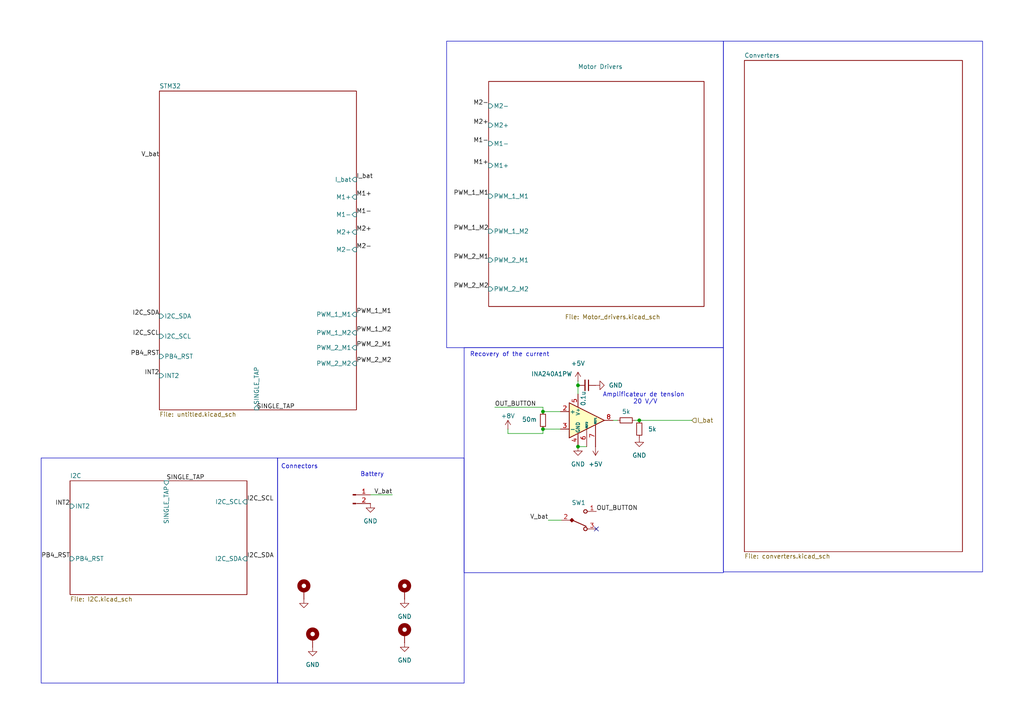
<source format=kicad_sch>
(kicad_sch (version 20250114) (generator "eeschema") (generator_version "9.0")
  (paper "A4")
  (title_block (date "2025-09-11") (rev "V1.0"))
  (lib_symbols
    (symbol "Amplifier_Current:INA240A1PW" (pin_names (offset 0.127))
      (property "Reference" "U" (at 3.81 3.81 0))
      (property "Value" "INA240A1PW" (at 3.81 -2.54 0))
      (symbol "INA240A1PW_0_1"
        (polyline (pts (xy 5.08 0) (xy -5.08 5.08) (xy -5.08 -5.08) (xy 5.08 0)) (stroke (width 0.254)) (fill (type background)))
      )
      (symbol "INA240A1PW_1_1"
        (pin input line (at -7.62 2.54 0) (length 2.54) (name "+") (number "2"))
        (pin input line (at -7.62 -2.54 0) (length 2.54) (name "-") (number "3"))
        (pin power_in line (at -2.54 7.62 270) (length 3.81) (name "V+") (number "5"))
        (pin passive line (at -2.54 -7.62 90) (length 3.81) (hide yes) (name "GND") (number "1"))
        (pin power_in line (at -2.54 -7.62 90) (length 3.81) (name "GND") (number "4"))
        (pin passive line (at 0 -7.62 90) (length 5.08) (name "REF2") (number "6"))
        (pin passive line (at 2.54 -7.62 90) (length 6.35) (name "REF1") (number "7"))
        (pin output line (at 7.62 0 180) (length 2.54) (name "~") (number "8"))
      )
    )
    (symbol "Connector:Conn_01x02_Pin" (pin_names (offset 1.016) (hide yes))
      (property "Reference" "J" (at 0 2.54 0))
      (property "Value" "Conn_01x02_Pin" (at 0 -5.08 0))
      (symbol "Conn_01x02_Pin_1_1"
        (rectangle (start 0.8636 0.127) (end 0 -0.127) (stroke (width 0.1524)) (fill (type outline)))
        (rectangle (start 0.8636 -2.413) (end 0 -2.667) (stroke (width 0.1524)) (fill (type outline)))
        (polyline (pts (xy 1.27 0) (xy 0.8636 0)) (stroke (width 0.1524)))
        (polyline (pts (xy 1.27 -2.54) (xy 0.8636 -2.54)) (stroke (width 0.1524)))
        (pin passive line (at 5.08 0 180) (length 3.81) (name "Pin_1") (number "1"))
        (pin passive line (at 5.08 -2.54 180) (length 3.81) (name "Pin_2") (number "2"))
      )
    )
    (symbol "Device:C_Small" (pin_numbers (hide yes)) (pin_names (offset 0.254) (hide yes))
      (property "Reference" "C" (at 0.254 1.778 0))
      (property "Value" "C_Small" (at 0.254 -2.032 0))
      (symbol "C_Small_0_1"
        (polyline (pts (xy -1.524 0.508) (xy 1.524 0.508)) (stroke (width 0.3048)))
        (polyline (pts (xy -1.524 -0.508) (xy 1.524 -0.508)) (stroke (width 0.3302)))
      )
      (symbol "C_Small_1_1"
        (pin passive line (at 0 2.54 270) (length 2.032) (name "~") (number "1"))
        (pin passive line (at 0 -2.54 90) (length 2.032) (name "~") (number "2"))
      )
    )
    (symbol "Device:R_Small" (pin_numbers (hide yes)) (pin_names (offset 0.254) (hide yes))
      (property "Reference" "R" (at 0 0 90))
      (property "Value" "R_Small" (at 1.778 0 90))
      (symbol "R_Small_0_1"
        (rectangle (start -0.762 1.778) (end 0.762 -1.778) (stroke (width 0.2032)))
      )
      (symbol "R_Small_1_1"
        (pin passive line (at 0 2.54 270) (length 0.762) (name "~") (number "1"))
        (pin passive line (at 0 -2.54 90) (length 0.762) (name "~") (number "2"))
      )
    )
    (symbol "Mechanical:MountingHole_Pad" (pin_numbers (hide yes)) (pin_names (offset 1.016) (hide yes)) (in_bom no)
      (property "Reference" "H" (at 0 6.35 0))
      (property "Value" "MountingHole_Pad" (at 0 4.445 0))
      (symbol "MountingHole_Pad_0_1"
        (circle (center 0 1.27) (radius 1.27) (stroke (width 1.27)))
      )
      (symbol "MountingHole_Pad_1_1"
        (pin input line (at 0 -2.54 90) (length 2.54) (name "1") (number "1"))
      )
    )
    (symbol "Switch:SW_Wurth" (pin_names (hide yes))
      (property "Reference" "SW" (at 0 5.08 0))
      (symbol "SW_Wurth_0_0"
        (polyline (pts (xy -2.032 -0.508) (xy -2.54 0) (xy -2.032 0.508) (xy -1.524 0) (xy -2.032 -0.508)) (stroke (width 0.254)) (fill (type outline)))
        (polyline (pts (xy -1.905 0) (xy 2.1082 -1.778)) (stroke (width 0.254)))
        (circle (center 1.905 2.54) (radius 0.508) (stroke (width 0.254)))
        (circle (center 1.905 -2.54) (radius 0.508) (stroke (width 0.254)))
        (pin passive line (at -5.08 0 0) (length 2.54) (name "2") (number "2"))
        (pin passive line (at 5.08 2.54 180) (length 2.54) (name "1") (number "1"))
        (pin passive line (at 5.08 -2.54 180) (length 2.54) (name "3") (number "3"))
      )
    )
    (symbol "power:+5V" (power) (pin_numbers (hide yes)) (pin_names (offset 0) (hide yes))
      (property "Value" "+5V" (at 0 3.556 0))
      (symbol "+5V_0_1"
        (polyline (pts (xy -0.762 1.27) (xy 0 2.54)))
        (polyline (pts (xy 0 2.54) (xy 0.762 1.27)))
        (polyline (pts (xy 0 0) (xy 0 2.54)))
      )
      (symbol "+5V_1_1"
        (pin power_in line (at 0 0 90) (length 0) (name "~") (number "1"))
      )
    )
    (symbol "power:+8V" (power) (pin_numbers (hide yes)) (pin_names (offset 0) (hide yes))
      (property "Value" "+8V" (at 0 3.556 0))
      (symbol "+8V_0_1"
        (polyline (pts (xy -0.762 1.27) (xy 0 2.54)))
        (polyline (pts (xy 0 2.54) (xy 0.762 1.27)))
        (polyline (pts (xy 0 0) (xy 0 2.54)))
      )
      (symbol "+8V_1_1"
        (pin power_in line (at 0 0 90) (length 0) (name "~") (number "1"))
      )
    )
    (symbol "power:GND" (power) (pin_numbers (hide yes)) (pin_names (offset 0) (hide yes))
      (property "Value" "GND" (at 0 -3.81 0))
      (symbol "GND_0_1"
        (polyline (pts (xy 0 0) (xy 0 -1.27) (xy 1.27 -1.27) (xy 0 -2.54) (xy -1.27 -1.27) (xy 0 -1.27)))
      )
      (symbol "GND_1_1"
        (pin power_in line (at 0 0 270) (length 0) (name "~") (number "1"))
      )
    )
  )
  (rectangle (start 129.54 11.938) (end 209.804 100.838))
  (rectangle (start 11.938 132.842) (end 80.518 198.12))
  (rectangle (start 134.62 100.838) (end 209.804 166.116))
  (rectangle (start 209.804 11.938) (end 284.988 165.862))
  (rectangle (start 80.518 132.842) (end 134.62 198.12))
  (text "Recovery of the current\n" (at 147.828 102.87 0) (effects (font (size 1.27 1.27))))
  (text "Connectors" (at 86.868 135.382 0) (effects (font (size 1.27 1.27))))
  (text "Amplificateur de tension\n 20 V/V" (at 186.69 115.57 0) (effects (font (size 1.27 1.27))))
  (text "Battery\n" (at 107.95 137.668 0) (effects (font (size 1.27 1.27))))
  (junction (at 167.64 129.54))
  (junction (at 185.42 121.92))
  (junction (at 157.48 119.38))
  (junction (at 167.64 111.76))
  (junction (at 157.48 124.46))
  (no_connect (at 172.974 153.416))
  (wire (pts (xy 147.32 125.73) (xy 157.48 125.73)))
  (wire (pts (xy 147.32 125.73) (xy 147.32 124.46)))
  (wire (pts (xy 177.8 121.92) (xy 179.07 121.92)))
  (wire (pts (xy 159.004 150.876) (xy 162.814 150.876)))
  (wire (pts (xy 167.64 111.76) (xy 167.64 114.3)))
  (wire (pts (xy 157.48 119.38) (xy 162.56 119.38)))
  (wire (pts (xy 157.48 124.46) (xy 162.56 124.46)))
  (wire (pts (xy 184.15 121.92) (xy 185.42 121.92)))
  (wire (pts (xy 167.64 110.49) (xy 167.64 111.76)))
  (wire (pts (xy 113.792 143.51) (xy 107.442 143.51)))
  (wire (pts (xy 157.48 125.73) (xy 157.48 124.46)))
  (wire (pts (xy 157.48 118.11) (xy 157.48 119.38)))
  (wire (pts (xy 143.51 118.11) (xy 157.48 118.11)))
  (wire (pts (xy 185.42 121.92) (xy 200.66 121.92)))
  (wire (pts (xy 167.64 129.54) (xy 170.18 129.54)))
  (label "PB4_RST" (at 46.228 103.378 180))
  (label "V_bat" (at 159.004 150.876 180))
  (label "V_bat" (at 46.228 45.72 180))
  (label "PB4_RST" (at 20.32 162.052 180))
  (label "PWM_2_M1" (at 103.378 100.838 0))
  (label "I2C_SDA" (at 46.228 91.694 180))
  (label "INT2" (at 46.228 108.966 180))
  (label "M1+" (at 141.732 48.006 180))
  (label "M2+" (at 141.732 36.322 180))
  (label "OUT_BUTTON" (at 172.974 148.336 0))
  (label "PWM_2_M2" (at 103.378 105.41 0))
  (label "M2+" (at 103.378 67.31 0))
  (label "OUT_BUTTON" (at 143.51 118.11 0))
  (label "M2-" (at 103.378 72.39 0))
  (label "M2-" (at 141.732 30.734 180))
  (label "PWM_1_M1" (at 141.732 56.896 180))
  (label "M1-" (at 103.378 62.23 0))
  (label "PWM_1_M2" (at 141.732 67.056 180))
  (label "V_bat" (at 113.792 143.51 180))
  (label "I2C_SCL" (at 46.228 97.536 180))
  (label "INT2" (at 20.32 146.812 180))
  (label "M1+" (at 103.378 57.15 0))
  (label "I2C_SCL" (at 71.628 145.542 0))
  (label "PWM_1_M1" (at 103.378 91.186 0))
  (label "SINGLE_TAP" (at 48.26 139.446 0))
  (label "PWM_2_M2" (at 141.732 83.82 180))
  (label "M1-" (at 141.732 41.656 180))
  (label "PWM_2_M1" (at 141.732 75.438 180))
  (label "SINGLE_TAP" (at 74.422 118.872 0))
  (label "I2C_SDA" (at 71.628 162.052 0))
  (label "I_bat" (at 103.378 52.07 0))
  (label "PWM_1_M2" (at 103.378 96.52 0))
  (hierarchical_label "I_bat" (shape input) (at 200.66 121.92 0))
  (symbol (lib_id "Device:R_Small") (at 181.61 121.92 90) (unit 1)
    (property "Reference" "R17" (effects (hide yes)))
    (property "Value" "5k" (at 181.61 119.38 90))
    (property "Footprint" "Resistor_SMD:R_0603_1608Metric" (effects (hide yes)))
    (property "Description" "Resistor, small symbol" (effects (hide yes)))
  )
  (symbol (lib_id "Amplifier_Current:INA240A1PW") (at 170.18 121.92 0) (unit 1)
    (property "Reference" "U2" (effects (hide yes)))
    (property "Value" "INA240A1PW" (at 160.02 108.458 0))
    (property "Footprint" "Package_SO:TSSOP-8_4.4x3mm_P0.65mm" (effects (hide yes)))
    (property "Datasheet" "http://www.ti.com/lit/ds/symlink/ina240.pdf" (effects (hide yes)))
    (property "Description" "High- and Low-Side, Bidirectional, Zero-Drift, Current-Sense Amplifier With Enhanced PWM Rejection, 20V/V, TSSOP-8" (effects (hide yes)))
  )
  (symbol (lib_id "Mechanical:MountingHole_Pad") (at 90.678 185.166 0) (unit 1) (in_bom no)
    (property "Reference" "H3" (effects (hide yes)))
    (property "Value" "MountingHole_Pad" (effects (hide yes)))
    (property "Footprint" "MountingHole:MountingHole_3.2mm_M3_Pad_Via" (effects (hide yes)))
    (property "Description" "Mounting Hole with connection" (effects (hide yes)))
  )
  (symbol (lib_id "power:GND") (at 185.42 127 0) (unit 1)
    (property "Reference" "#PWR054" (effects (hide yes)))
    (property "Value" "GND" (at 185.42 132.08 0))
    (property "Description" "Power symbol creates a global label with name \"GND\" , ground" (effects (hide yes)))
  )
  (symbol (lib_id "Connector:Conn_01x02_Pin") (at 102.362 143.51 0) (unit 1)
    (property "Reference" "J9" (effects (hide yes)))
    (property "Value" "Conn_01x02_Pin" (effects (hide yes)))
    (property "Footprint" "Connector_JST:JST_XH_B2B-XH-A_1x02_P2.50mm_Vertical" (effects (hide yes)))
    (property "Description" "Generic connector, single row, 01x02, script generated" (effects (hide yes)))
  )
  (symbol (lib_id "power:GND") (at 117.348 173.736 0) (unit 1)
    (property "Reference" "#PWR0101" (effects (hide yes)))
    (property "Value" "GND" (at 117.348 178.816 0))
    (property "Description" "Power symbol creates a global label with name \"GND\" , ground" (effects (hide yes)))
  )
  (symbol (lib_id "Mechanical:MountingHole_Pad") (at 88.138 171.196 0) (unit 1) (in_bom no)
    (property "Reference" "H1" (effects (hide yes)))
    (property "Value" "MountingHole_Pad" (effects (hide yes)))
    (property "Footprint" "MountingHole:MountingHole_3.2mm_M3_Pad_Via" (effects (hide yes)))
    (property "Description" "Mounting Hole with connection" (effects (hide yes)))
  )
  (symbol (lib_id "power:GND") (at 88.138 173.736 0) (unit 1)
    (property "Reference" "#PWR0102" (effects (hide yes)))
    (property "Value" "GND" (effects (hide yes)))
    (property "Description" "Power symbol creates a global label with name \"GND\" , ground" (effects (hide yes)))
  )
  (symbol (lib_id "power:GND") (at 167.64 129.54 0) (unit 1)
    (property "Reference" "#PWR050" (effects (hide yes)))
    (property "Value" "GND" (at 167.64 134.62 0))
    (property "Description" "Power symbol creates a global label with name \"GND\" , ground" (effects (hide yes)))
  )
  (symbol (lib_id "Switch:SW_Wurth") (at 167.894 150.876 0) (unit 1)
    (property "Reference" "SW1" (at 167.8305 145.796 0))
    (property "Value" "SW_Wurth" (effects (hide yes)))
    (property "Footprint" "Button_Switch_THT:SW_Wurth_WS-TOTV_472121020311" (effects (hide yes)))
    (property "Datasheet" "https://www.we-online.com/catalog/datasheet/472121010111.pdf?ki" (effects (hide yes)))
    (property "Description" "Ø 6.35mm Panel Cut-Out Vertical Operation Toggle Switch" (effects (hide yes)))
    (property "Manufacturer" "Wurth Elektronik" (effects (hide yes)))
    (property "Manufacturer URL" "https://www.we-online.com" (effects (hide yes)))
    (property "Published Date" "20250626" (effects (hide yes)))
    (property "Match Code" "WS-TOTV" (effects (hide yes)))
    (property "Part Number" "472121010111" (effects (hide yes)))
    (property "Mounting Technology" "THT" (effects (hide yes)))
    (property "Switching Function" "ON-ON" (effects (hide yes)))
    (property "Schematic" "SPDT" (effects (hide yes)))
    (property "Actuator Length (Value) (mm)" "10.4" (effects (hide yes)))
    (property "Bushing Length (Value) (mm)" "9.0" (effects (hide yes)))
  )
  (symbol (lib_id "power:GND") (at 117.348 186.436 0) (unit 1)
    (property "Reference" "#PWR0104" (effects (hide yes)))
    (property "Value" "GND" (at 117.348 191.516 0))
    (property "Description" "Power symbol creates a global label with name \"GND\" , ground" (effects (hide yes)))
  )
  (symbol (lib_id "Device:R_Small") (at 157.48 121.92 0) (unit 1)
    (property "Reference" "R15" (effects (hide yes)))
    (property "Value" "50m" (at 151.384 121.666 0) (effects (justify left)))
    (property "Footprint" "Resistor_SMD:R_6431" (effects (hide yes)))
    (property "Description" "Resistor, small symbol" (effects (hide yes)))
  )
  (symbol (lib_id "power:GND") (at 107.442 146.05 0) (unit 1)
    (property "Reference" "#PWR081" (effects (hide yes)))
    (property "Value" "GND" (at 107.442 151.13 0))
    (property "Description" "Power symbol creates a global label with name \"GND\" , ground" (effects (hide yes)))
  )
  (symbol (lib_id "power:GND") (at 172.72 111.76 90) (unit 1)
    (property "Reference" "#PWR052" (effects (hide yes)))
    (property "Value" "GND" (at 176.53 111.7599 90) (effects (justify right)))
    (property "Description" "Power symbol creates a global label with name \"GND\" , ground" (effects (hide yes)))
  )
  (symbol (lib_id "power:+8V") (at 147.32 124.46 0) (unit 1)
    (property "Reference" "#PWR053" (effects (hide yes)))
    (property "Value" "+8V" (at 147.32 120.65 0))
    (property "Description" "Power symbol creates a global label with name \"+8V\"" (effects (hide yes)))
  )
  (symbol (lib_id "power:+5V") (at 167.64 110.49 0) (unit 1)
    (property "Reference" "#PWR049" (effects (hide yes)))
    (property "Value" "+5V" (at 167.64 105.41 0))
    (property "Description" "Power symbol creates a global label with name \"+5V\"" (effects (hide yes)))
  )
  (symbol (lib_id "Mechanical:MountingHole_Pad") (at 117.348 171.196 0) (unit 1) (in_bom no)
    (property "Reference" "H2" (effects (hide yes)))
    (property "Value" "MountingHole_Pad" (effects (hide yes)))
    (property "Footprint" "MountingHole:MountingHole_3.2mm_M3_Pad_Via" (effects (hide yes)))
    (property "Description" "Mounting Hole with connection" (effects (hide yes)))
  )
  (symbol (lib_id "Device:R_Small") (at 185.42 124.46 0) (unit 1)
    (property "Reference" "R16" (effects (hide yes)))
    (property "Value" "5k" (at 187.96 124.4599 0) (effects (justify left)))
    (property "Footprint" "Resistor_SMD:R_0603_1608Metric" (effects (hide yes)))
    (property "Description" "Resistor, small symbol" (effects (hide yes)))
  )
  (symbol (lib_id "Device:C_Small") (at 170.18 111.76 270) (unit 1)
    (property "Reference" "C35" (effects (hide yes)))
    (property "Value" "0.1u" (at 169.164 115.57 0))
    (property "Footprint" "Capacitor_SMD:C_0603_1608Metric" (effects (hide yes)))
    (property "Description" "Unpolarized capacitor, small symbol" (effects (hide yes)))
  )
  (symbol (lib_id "Mechanical:MountingHole_Pad") (at 117.348 183.896 0) (unit 1) (in_bom no)
    (property "Reference" "H4" (effects (hide yes)))
    (property "Value" "MountingHole_Pad" (effects (hide yes)))
    (property "Footprint" "MountingHole:MountingHole_3.2mm_M3_Pad_Via" (effects (hide yes)))
    (property "Description" "Mounting Hole with connection" (effects (hide yes)))
  )
  (symbol (lib_id "power:GND") (at 90.678 187.706 0) (unit 1)
    (property "Reference" "#PWR0103" (effects (hide yes)))
    (property "Value" "GND" (at 90.678 192.786 0))
    (property "Description" "Power symbol creates a global label with name \"GND\" , ground" (effects (hide yes)))
  )
  (symbol (lib_id "power:+5V") (at 172.72 129.54 180) (unit 1)
    (property "Reference" "#PWR051" (effects (hide yes)))
    (property "Value" "+5V" (at 172.72 134.62 0))
    (property "Description" "Power symbol creates a global label with name \"+5V\"" (effects (hide yes)))
  )
  (sheet (at 46.228 26.416) (size 57.15 92.456) (stroke (width 0.1524))
    (property "Sheetname" "STM32" (at 46.228 25.7044 0) (effects (justify left bottom)))
    (property "Sheetfile" "untitled.kicad_sch" (at 46.228 119.4566 0) (effects (justify left top)))
    (pin "I2C_SCL" input (at 46.228 97.536 180))
    (pin "I2C_SDA" input (at 46.228 91.694 180))
    (pin "INT2" input (at 46.228 108.966 180))
    (pin "I_bat" input (at 103.378 52.07 0))
    (pin "M1+" input (at 103.378 57.15 0))
    (pin "M1-" input (at 103.378 62.23 0))
    (pin "M2+" input (at 103.378 67.31 0))
    (pin "M2-" input (at 103.378 72.39 0))
    (pin "PB4_RST" input (at 46.228 103.378 180))
    (pin "PWM_1_M1" input (at 103.378 91.186 0))
    (pin "PWM_1_M2" input (at 103.378 96.52 0))
    (pin "PWM_2_M1" input (at 103.378 100.838 0))
    (pin "PWM_2_M2" input (at 103.378 105.41 0))
    (pin "SINGLE_TAP" input (at 74.422 118.872 270))
  )
  (sheet (at 20.32 139.446) (size 51.308 33.02) (stroke (width 0.1524))
    (property "Sheetname" "I2C" (at 20.32 138.7344 0) (effects (justify left bottom)))
    (property "Sheetfile" "I2C.kicad_sch" (at 20.32 173.0506 0) (effects (justify left top)))
    (pin "I2C_SCL" input (at 71.628 145.542 0))
    (pin "I2C_SDA" input (at 71.628 162.052 0))
    (pin "INT2" input (at 20.32 146.812 180))
    (pin "PB4_RST" input (at 20.32 162.052 180))
    (pin "SINGLE_TAP" input (at 48.26 139.446 90))
  )
  (sheet (at 141.732 23.622) (size 62.484 65.278) (stroke (width 0.1524))
    (property "Sheetname" "Motor Drivers" (at 167.64 20.066 0) (effects (justify left bottom)))
    (property "Sheetfile" "Motor_drivers.kicad_sch" (at 163.83 91.186 0) (effects (justify left top)))
    (pin "PWM_1_M1" input (at 141.732 56.896 180))
    (pin "PWM_1_M2" input (at 141.732 67.056 180))
    (pin "PWM_2_M1" input (at 141.732 75.438 180))
    (pin "PWM_2_M2" input (at 141.732 83.82 180))
    (pin "M1+" input (at 141.732 48.006 180))
    (pin "M1-" input (at 141.732 41.656 180))
    (pin "M2+" input (at 141.732 36.322 180))
    (pin "M2-" input (at 141.732 30.734 180))
  )
  (sheet (at 215.9 17.526) (size 63.246 142.494) (stroke (width 0.1524))
    (property "Sheetname" "Converters" (at 215.9 16.8144 0) (effects (justify left bottom)))
    (property "Sheetfile" "converters.kicad_sch" (at 215.9 160.6046 0) (effects (justify left top)))
  )
)
</source>
